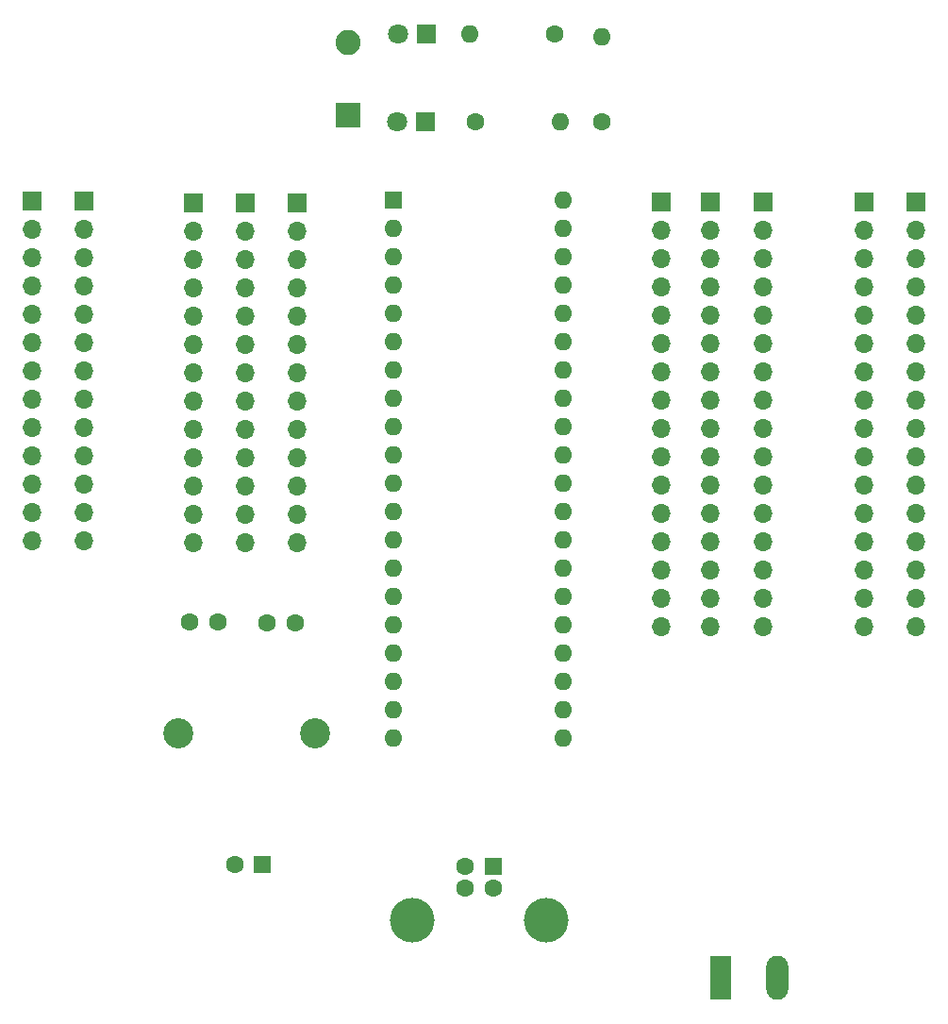
<source format=gbr>
%TF.GenerationSoftware,KiCad,Pcbnew,8.0.8*%
%TF.CreationDate,2025-04-11T19:44:07-06:00*%
%TF.ProjectId,Coquirana1,436f7175-6972-4616-9e61-312e6b696361,rev?*%
%TF.SameCoordinates,Original*%
%TF.FileFunction,Soldermask,Bot*%
%TF.FilePolarity,Negative*%
%FSLAX46Y46*%
G04 Gerber Fmt 4.6, Leading zero omitted, Abs format (unit mm)*
G04 Created by KiCad (PCBNEW 8.0.8) date 2025-04-11 19:44:07*
%MOMM*%
%LPD*%
G01*
G04 APERTURE LIST*
%ADD10R,1.600000X1.600000*%
%ADD11C,1.600000*%
%ADD12C,4.000000*%
%ADD13O,1.600000X1.600000*%
%ADD14R,1.700000X1.700000*%
%ADD15O,1.700000X1.700000*%
%ADD16R,2.250000X2.250000*%
%ADD17C,2.250000*%
%ADD18R,1.800000X1.800000*%
%ADD19C,1.800000*%
%ADD20R,1.980000X3.960000*%
%ADD21O,1.980000X3.960000*%
%ADD22C,2.700000*%
G04 APERTURE END LIST*
D10*
%TO.C,J1*%
X150700000Y-124690000D03*
D11*
X148200000Y-124690000D03*
X148200000Y-126690000D03*
X150700000Y-126690000D03*
D12*
X155450000Y-129550000D03*
X143450000Y-129550000D03*
%TD*%
D11*
%TO.C,R1*%
X160450000Y-57910000D03*
D13*
X160450000Y-50290000D03*
%TD*%
D14*
%TO.C,J3*%
X123800000Y-65210000D03*
D15*
X123800000Y-67750000D03*
X123800000Y-70290000D03*
X123800000Y-72830000D03*
X123800000Y-75370000D03*
X123800000Y-77910000D03*
X123800000Y-80450000D03*
X123800000Y-82990000D03*
X123800000Y-85530000D03*
X123800000Y-88070000D03*
X123800000Y-90610000D03*
X123800000Y-93150000D03*
X123800000Y-95690000D03*
%TD*%
D14*
%TO.C,J9*%
X109300000Y-65050000D03*
D15*
X109300000Y-67590000D03*
X109300000Y-70130000D03*
X109300000Y-72670000D03*
X109300000Y-75210000D03*
X109300000Y-77750000D03*
X109300000Y-80290000D03*
X109300000Y-82830000D03*
X109300000Y-85370000D03*
X109300000Y-87910000D03*
X109300000Y-90450000D03*
X109300000Y-92990000D03*
X109300000Y-95530000D03*
%TD*%
D11*
%TO.C,C1*%
X130400000Y-102850000D03*
X132900000Y-102850000D03*
%TD*%
D16*
%TO.C,SW1*%
X137650000Y-57350000D03*
D17*
X137650000Y-50850000D03*
%TD*%
D14*
%TO.C,J11*%
X184000000Y-65120000D03*
D15*
X184000000Y-67660000D03*
X184000000Y-70200000D03*
X184000000Y-72740000D03*
X184000000Y-75280000D03*
X184000000Y-77820000D03*
X184000000Y-80360000D03*
X184000000Y-82900000D03*
X184000000Y-85440000D03*
X184000000Y-87980000D03*
X184000000Y-90520000D03*
X184000000Y-93060000D03*
X184000000Y-95600000D03*
X184000000Y-98140000D03*
X184000000Y-100680000D03*
X184000000Y-103220000D03*
%TD*%
D10*
%TO.C,C3*%
X129982380Y-124550000D03*
D11*
X127482380Y-124550000D03*
%TD*%
D10*
%TO.C,U1*%
X141760000Y-64950000D03*
D13*
X141760000Y-67490000D03*
X141760000Y-70030000D03*
X141760000Y-72570000D03*
X141760000Y-75110000D03*
X141760000Y-77650000D03*
X141760000Y-80190000D03*
X141760000Y-82730000D03*
X141760000Y-85270000D03*
X141760000Y-87810000D03*
X141760000Y-90350000D03*
X141760000Y-92890000D03*
X141760000Y-95430000D03*
X141760000Y-97970000D03*
X141760000Y-100510000D03*
X141760000Y-103050000D03*
X141760000Y-105590000D03*
X141760000Y-108130000D03*
X141760000Y-110670000D03*
X141760000Y-113210000D03*
X157000000Y-113210000D03*
X157000000Y-110670000D03*
X157000000Y-108130000D03*
X157000000Y-105590000D03*
X157000000Y-103050000D03*
X157000000Y-100510000D03*
X157000000Y-97970000D03*
X157000000Y-95430000D03*
X157000000Y-92890000D03*
X157000000Y-90350000D03*
X157000000Y-87810000D03*
X157000000Y-85270000D03*
X157000000Y-82730000D03*
X157000000Y-80190000D03*
X157000000Y-77650000D03*
X157000000Y-75110000D03*
X157000000Y-72570000D03*
X157000000Y-70030000D03*
X157000000Y-67490000D03*
X157000000Y-64950000D03*
%TD*%
D18*
%TO.C,D2*%
X144620000Y-57940000D03*
D19*
X142080000Y-57940000D03*
%TD*%
D14*
%TO.C,J4*%
X128450000Y-65210000D03*
D15*
X128450000Y-67750000D03*
X128450000Y-70290000D03*
X128450000Y-72830000D03*
X128450000Y-75370000D03*
X128450000Y-77910000D03*
X128450000Y-80450000D03*
X128450000Y-82990000D03*
X128450000Y-85530000D03*
X128450000Y-88070000D03*
X128450000Y-90610000D03*
X128450000Y-93150000D03*
X128450000Y-95690000D03*
%TD*%
D20*
%TO.C,J2*%
X171150000Y-134700000D03*
D21*
X176150000Y-134700000D03*
%TD*%
D14*
%TO.C,J6*%
X165800000Y-65150000D03*
D15*
X165800000Y-67690000D03*
X165800000Y-70230000D03*
X165800000Y-72770000D03*
X165800000Y-75310000D03*
X165800000Y-77850000D03*
X165800000Y-80390000D03*
X165800000Y-82930000D03*
X165800000Y-85470000D03*
X165800000Y-88010000D03*
X165800000Y-90550000D03*
X165800000Y-93090000D03*
X165800000Y-95630000D03*
X165800000Y-98170000D03*
X165800000Y-100710000D03*
X165800000Y-103250000D03*
%TD*%
D18*
%TO.C,D1*%
X144680000Y-50090000D03*
D19*
X142140000Y-50090000D03*
%TD*%
D11*
%TO.C,R2*%
X156190000Y-50040000D03*
D13*
X148570000Y-50040000D03*
%TD*%
D11*
%TO.C,C2*%
X123450000Y-102800000D03*
X125950000Y-102800000D03*
%TD*%
D14*
%TO.C,J10*%
X113950000Y-65050000D03*
D15*
X113950000Y-67590000D03*
X113950000Y-70130000D03*
X113950000Y-72670000D03*
X113950000Y-75210000D03*
X113950000Y-77750000D03*
X113950000Y-80290000D03*
X113950000Y-82830000D03*
X113950000Y-85370000D03*
X113950000Y-87910000D03*
X113950000Y-90450000D03*
X113950000Y-92990000D03*
X113950000Y-95530000D03*
%TD*%
D11*
%TO.C,R3*%
X149100000Y-57900000D03*
D13*
X156720000Y-57900000D03*
%TD*%
D22*
%TO.C,Y1*%
X122400000Y-112750000D03*
X134740000Y-112750000D03*
%TD*%
D14*
%TO.C,J8*%
X174900000Y-65150000D03*
D15*
X174900000Y-67690000D03*
X174900000Y-70230000D03*
X174900000Y-72770000D03*
X174900000Y-75310000D03*
X174900000Y-77850000D03*
X174900000Y-80390000D03*
X174900000Y-82930000D03*
X174900000Y-85470000D03*
X174900000Y-88010000D03*
X174900000Y-90550000D03*
X174900000Y-93090000D03*
X174900000Y-95630000D03*
X174900000Y-98170000D03*
X174900000Y-100710000D03*
X174900000Y-103250000D03*
%TD*%
D14*
%TO.C,J5*%
X133100000Y-65210000D03*
D15*
X133100000Y-67750000D03*
X133100000Y-70290000D03*
X133100000Y-72830000D03*
X133100000Y-75370000D03*
X133100000Y-77910000D03*
X133100000Y-80450000D03*
X133100000Y-82990000D03*
X133100000Y-85530000D03*
X133100000Y-88070000D03*
X133100000Y-90610000D03*
X133100000Y-93150000D03*
X133100000Y-95690000D03*
%TD*%
D14*
%TO.C,J7*%
X170150000Y-65150000D03*
D15*
X170150000Y-67690000D03*
X170150000Y-70230000D03*
X170150000Y-72770000D03*
X170150000Y-75310000D03*
X170150000Y-77850000D03*
X170150000Y-80390000D03*
X170150000Y-82930000D03*
X170150000Y-85470000D03*
X170150000Y-88010000D03*
X170150000Y-90550000D03*
X170150000Y-93090000D03*
X170150000Y-95630000D03*
X170150000Y-98170000D03*
X170150000Y-100710000D03*
X170150000Y-103250000D03*
%TD*%
D14*
%TO.C,J12*%
X188650000Y-65120000D03*
D15*
X188650000Y-67660000D03*
X188650000Y-70200000D03*
X188650000Y-72740000D03*
X188650000Y-75280000D03*
X188650000Y-77820000D03*
X188650000Y-80360000D03*
X188650000Y-82900000D03*
X188650000Y-85440000D03*
X188650000Y-87980000D03*
X188650000Y-90520000D03*
X188650000Y-93060000D03*
X188650000Y-95600000D03*
X188650000Y-98140000D03*
X188650000Y-100680000D03*
X188650000Y-103220000D03*
%TD*%
M02*

</source>
